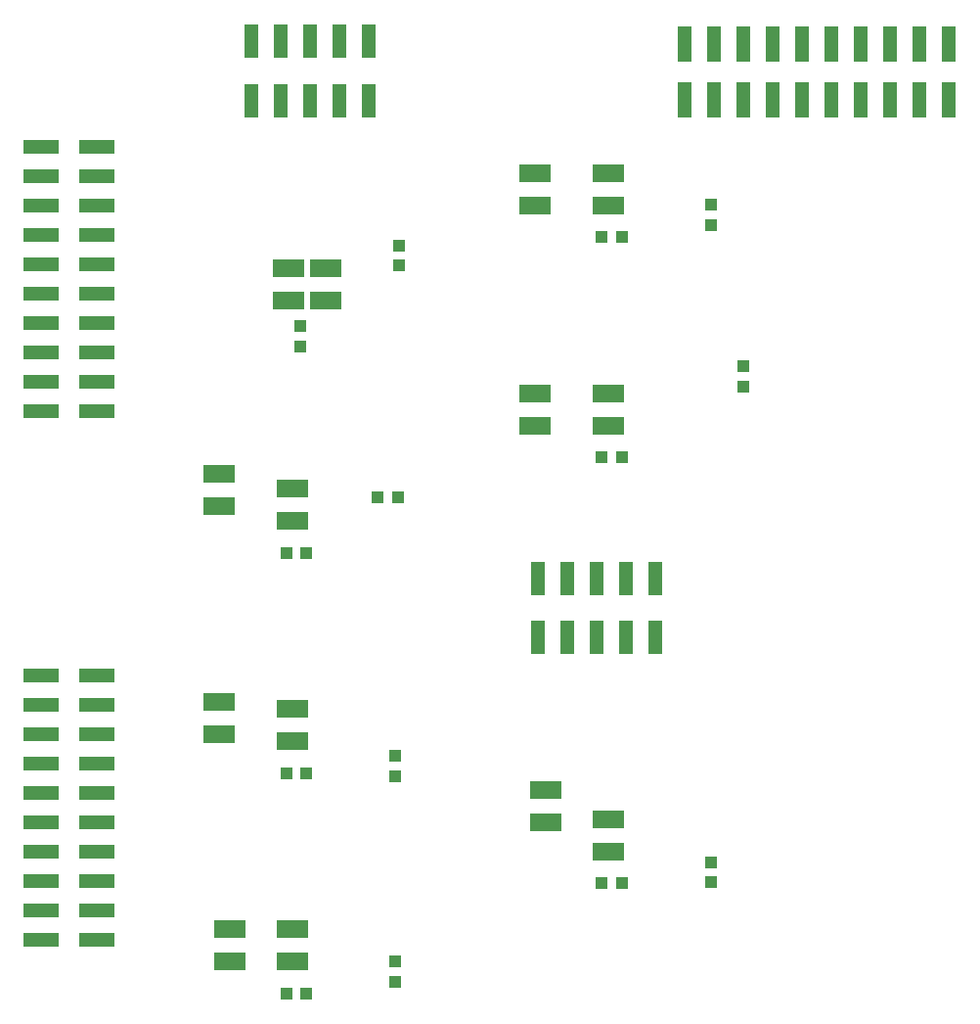
<source format=gbr>
G04 EAGLE Gerber RS-274X export*
G75*
%MOMM*%
%FSLAX34Y34*%
%LPD*%
%INSolderpaste Bottom*%
%IPPOS*%
%AMOC8*
5,1,8,0,0,1.08239X$1,22.5*%
G01*
%ADD10R,3.048000X1.270000*%
%ADD11R,1.270000X2.921000*%
%ADD12R,2.700000X1.600000*%
%ADD13R,1.080000X1.050000*%
%ADD14R,1.050000X1.080000*%
%ADD15R,1.270000X3.048000*%


D10*
X64770Y157200D03*
X113030Y157200D03*
X64770Y182600D03*
X113030Y182600D03*
X64770Y208000D03*
X113030Y208000D03*
X64770Y233400D03*
X113030Y233400D03*
X64770Y258800D03*
X113030Y258800D03*
X64770Y284200D03*
X113030Y284200D03*
X64770Y309600D03*
X113030Y309600D03*
X64770Y335000D03*
X113030Y335000D03*
X64770Y360400D03*
X113030Y360400D03*
X64770Y385800D03*
X113030Y385800D03*
X113030Y843540D03*
X64770Y843540D03*
X113030Y818140D03*
X64770Y818140D03*
X113030Y792740D03*
X64770Y792740D03*
X113030Y767340D03*
X64770Y767340D03*
X113030Y741940D03*
X64770Y741940D03*
X113030Y716540D03*
X64770Y716540D03*
X113030Y691140D03*
X64770Y691140D03*
X113030Y665740D03*
X64770Y665740D03*
X113030Y640340D03*
X64770Y640340D03*
X113030Y614940D03*
X64770Y614940D03*
D11*
X348320Y934617D03*
X348320Y883182D03*
X322920Y934617D03*
X322920Y883182D03*
X297520Y934617D03*
X297520Y883182D03*
X272120Y934617D03*
X272120Y883182D03*
X246720Y934617D03*
X246720Y883182D03*
D12*
X311150Y709900D03*
X311150Y737900D03*
D13*
X288925Y688200D03*
X288925Y670700D03*
D12*
X279400Y709900D03*
X279400Y737900D03*
X492125Y601950D03*
X492125Y629950D03*
D14*
X550050Y574675D03*
X567550Y574675D03*
D12*
X555625Y601950D03*
X555625Y629950D03*
X219075Y532100D03*
X219075Y560100D03*
D14*
X277000Y492125D03*
X294500Y492125D03*
D12*
X282575Y519400D03*
X282575Y547400D03*
X219075Y335250D03*
X219075Y363250D03*
D14*
X277000Y301625D03*
X294500Y301625D03*
D12*
X282575Y328900D03*
X282575Y356900D03*
X228600Y138400D03*
X228600Y166400D03*
D14*
X277000Y111125D03*
X294500Y111125D03*
D12*
X282575Y138400D03*
X282575Y166400D03*
X492125Y792450D03*
X492125Y820450D03*
D14*
X550050Y765175D03*
X567550Y765175D03*
D12*
X555625Y792450D03*
X555625Y820450D03*
X501650Y259050D03*
X501650Y287050D03*
D14*
X550050Y206375D03*
X567550Y206375D03*
D12*
X555625Y233650D03*
X555625Y261650D03*
D15*
X622300Y932180D03*
X622300Y883920D03*
X647700Y932180D03*
X647700Y883920D03*
X673100Y932180D03*
X673100Y883920D03*
X698500Y932180D03*
X698500Y883920D03*
X723900Y932180D03*
X723900Y883920D03*
X749300Y932180D03*
X749300Y883920D03*
X774700Y932180D03*
X774700Y883920D03*
X800100Y932180D03*
X800100Y883920D03*
X825500Y932180D03*
X825500Y883920D03*
X850900Y932180D03*
X850900Y883920D03*
D11*
X596900Y470217D03*
X596900Y418782D03*
X571500Y470217D03*
X571500Y418782D03*
X546100Y470217D03*
X546100Y418782D03*
X520700Y470217D03*
X520700Y418782D03*
X495300Y470217D03*
X495300Y418782D03*
D13*
X673100Y635775D03*
X673100Y653275D03*
X374650Y740550D03*
X374650Y758050D03*
D14*
X373875Y539750D03*
X356375Y539750D03*
D13*
X371475Y316725D03*
X371475Y299225D03*
X371475Y138925D03*
X371475Y121425D03*
X644525Y792975D03*
X644525Y775475D03*
X644525Y224650D03*
X644525Y207150D03*
M02*

</source>
